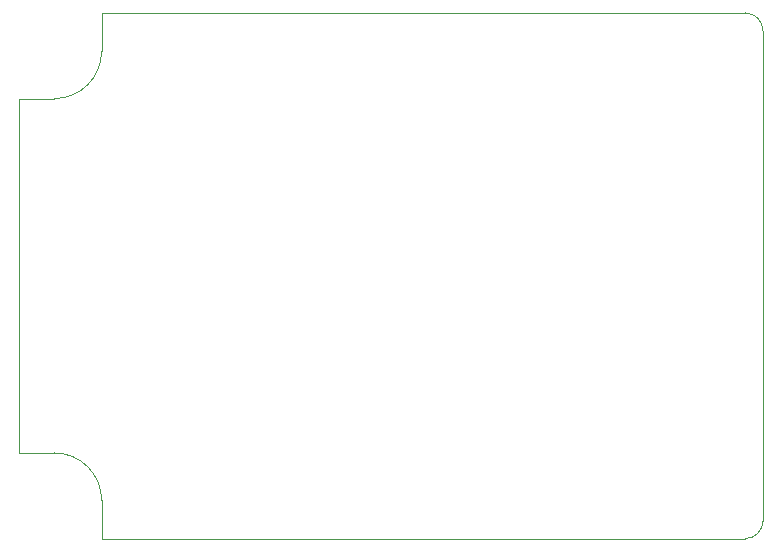
<source format=gm1>
G04 #@! TF.GenerationSoftware,KiCad,Pcbnew,5.1.10*
G04 #@! TF.CreationDate,2021-05-08T14:59:39+02:00*
G04 #@! TF.ProjectId,Dynamo_minimal_USB_charger,44796e61-6d6f-45f6-9d69-6e696d616c5f,1.0*
G04 #@! TF.SameCoordinates,PX5f5e100PY7bfa480*
G04 #@! TF.FileFunction,Profile,NP*
%FSLAX46Y46*%
G04 Gerber Fmt 4.6, Leading zero omitted, Abs format (unit mm)*
G04 Created by KiCad (PCBNEW 5.1.10) date 2021-05-08 14:59:39*
%MOMM*%
%LPD*%
G01*
G04 APERTURE LIST*
G04 #@! TA.AperFunction,Profile*
%ADD10C,0.050000*%
G04 #@! TD*
G04 APERTURE END LIST*
D10*
X61500000Y44500000D02*
G75*
G02*
X63000000Y43000000I0J-1500000D01*
G01*
X63000000Y1500000D02*
G75*
G02*
X61500000Y0I-1500000J0D01*
G01*
X61500000Y44500000D02*
X7000000Y44500000D01*
X63000000Y1500000D02*
X63000000Y43000000D01*
X7000000Y0D02*
X61500000Y0D01*
X7000000Y3250000D02*
X7000000Y0D01*
X3000000Y7250000D02*
G75*
G02*
X7000000Y3250000I0J-4000000D01*
G01*
X0Y7250000D02*
X3000000Y7250000D01*
X0Y37250000D02*
X0Y7250000D01*
X3000000Y37250000D02*
X0Y37250000D01*
X7000000Y41250000D02*
G75*
G02*
X3000000Y37250000I-4000000J0D01*
G01*
X7000000Y44500000D02*
X7000000Y41250000D01*
M02*

</source>
